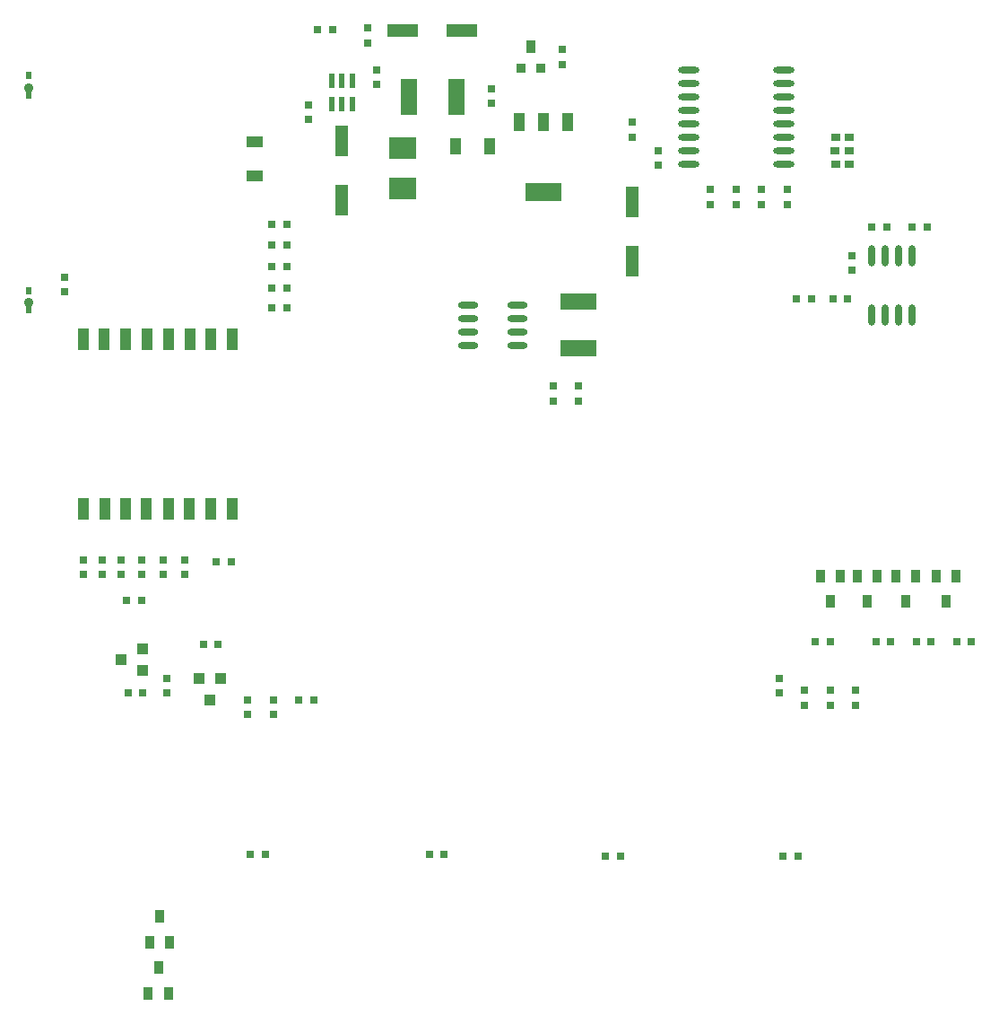
<source format=gtp>
G04*
G04 #@! TF.GenerationSoftware,Altium Limited,Altium Designer,19.1.6 (110)*
G04*
G04 Layer_Color=8421504*
%FSLAX43Y43*%
%MOMM*%
G71*
G01*
G75*
%ADD22R,0.762X0.762*%
%ADD23R,0.762X0.762*%
%ADD24R,1.016X1.016*%
%ADD25R,1.016X1.016*%
%ADD26R,1.118X1.600*%
%ADD27R,1.524X3.429*%
%ADD28R,0.550X1.450*%
%ADD29R,0.550X1.450*%
%ADD30R,1.200X3.000*%
%ADD31R,3.500X1.750*%
%ADD32R,1.100X1.750*%
%ADD33R,1.100X1.750*%
%ADD34R,3.000X1.200*%
%ADD35O,1.900X0.600*%
%ADD36R,3.429X1.524*%
%ADD37R,0.900X0.700*%
%ADD38O,2.000X0.600*%
%ADD39C,0.889*%
%ADD40R,0.559X1.016*%
%ADD41R,0.610X0.762*%
%ADD42R,2.540X2.032*%
%ADD43R,0.914X0.914*%
%ADD44R,0.914X1.270*%
%ADD45O,0.610X2.032*%
%ADD46R,0.813X1.219*%
%ADD47R,1.000X2.000*%
%ADD48R,1.600X1.118*%
D22*
X78867Y37973D02*
D03*
X77470D02*
D03*
X83185D02*
D03*
X84582D02*
D03*
X88392D02*
D03*
X86995D02*
D03*
X90805D02*
D03*
X92202D02*
D03*
X20896Y45535D02*
D03*
X22294D02*
D03*
X12573Y33147D02*
D03*
X13970D02*
D03*
X19685Y37719D02*
D03*
X21082D02*
D03*
X28702Y32512D02*
D03*
X30099D02*
D03*
X30480Y95758D02*
D03*
X31877D02*
D03*
X88011Y77089D02*
D03*
X86614D02*
D03*
X82804D02*
D03*
X84201D02*
D03*
X77089Y70358D02*
D03*
X75692D02*
D03*
X27559Y69469D02*
D03*
X26162D02*
D03*
X27559Y71374D02*
D03*
X26162D02*
D03*
X27559Y73406D02*
D03*
X26162D02*
D03*
X13843Y41910D02*
D03*
X12446D02*
D03*
X24130Y17907D02*
D03*
X25527D02*
D03*
X41021D02*
D03*
X42418D02*
D03*
X57658Y17780D02*
D03*
X59055D02*
D03*
X74422D02*
D03*
X75819D02*
D03*
X79121Y70358D02*
D03*
X80518D02*
D03*
X27559Y77343D02*
D03*
X26162D02*
D03*
X27559Y75438D02*
D03*
X26162D02*
D03*
D23*
X23876Y32512D02*
D03*
Y31115D02*
D03*
X16256Y34544D02*
D03*
Y33147D02*
D03*
X46863Y90170D02*
D03*
Y88773D02*
D03*
X55118Y62103D02*
D03*
Y60706D02*
D03*
X52705Y62103D02*
D03*
Y60706D02*
D03*
X6604Y70993D02*
D03*
Y72390D02*
D03*
X72390Y79248D02*
D03*
Y80645D02*
D03*
X69977Y79248D02*
D03*
Y80645D02*
D03*
X67564Y79248D02*
D03*
Y80645D02*
D03*
X74041Y33147D02*
D03*
Y34544D02*
D03*
X76454Y32004D02*
D03*
Y33401D02*
D03*
X78867Y32004D02*
D03*
Y33401D02*
D03*
X26289Y31115D02*
D03*
Y32512D02*
D03*
X35179Y95885D02*
D03*
Y94488D02*
D03*
X36068Y90551D02*
D03*
Y91948D02*
D03*
X29591Y87249D02*
D03*
Y88646D02*
D03*
X53594Y93853D02*
D03*
Y92456D02*
D03*
X60198Y85598D02*
D03*
Y86995D02*
D03*
X74803Y79248D02*
D03*
Y80645D02*
D03*
X62611Y84328D02*
D03*
Y82931D02*
D03*
X80899Y73025D02*
D03*
Y74422D02*
D03*
X17907Y44323D02*
D03*
Y45720D02*
D03*
X15875Y44323D02*
D03*
Y45720D02*
D03*
X8382D02*
D03*
Y44323D02*
D03*
X10160Y45720D02*
D03*
Y44323D02*
D03*
X11938Y45720D02*
D03*
Y44323D02*
D03*
X13843D02*
D03*
Y45720D02*
D03*
X81280Y33401D02*
D03*
Y32004D02*
D03*
D24*
X21336Y34544D02*
D03*
X20320Y32512D02*
D03*
X19304Y34544D02*
D03*
D25*
X13970Y35306D02*
D03*
X11938Y36322D02*
D03*
X13970Y37338D02*
D03*
D26*
X43472Y84709D02*
D03*
X46698D02*
D03*
D27*
X39116Y89408D02*
D03*
X43561D02*
D03*
D28*
X33716Y90864D02*
D03*
D29*
X32766Y90864D02*
D03*
X31816D02*
D03*
Y88714D02*
D03*
X32766D02*
D03*
X33716D02*
D03*
D30*
X32766Y85223D02*
D03*
Y79623D02*
D03*
X60198Y79508D02*
D03*
Y73908D02*
D03*
D31*
X51816Y80393D02*
D03*
D32*
X49516Y86993D02*
D03*
X51816D02*
D03*
D33*
X54116D02*
D03*
D34*
X44075Y95631D02*
D03*
X38475D02*
D03*
D35*
X44640Y69723D02*
D03*
Y68453D02*
D03*
Y67183D02*
D03*
Y65913D02*
D03*
X49340Y69723D02*
D03*
Y68453D02*
D03*
Y67183D02*
D03*
Y65913D02*
D03*
D36*
X55118Y70104D02*
D03*
Y65659D02*
D03*
D37*
X79375Y85598D02*
D03*
X80675D02*
D03*
X79345Y84328D02*
D03*
X80645D02*
D03*
X79375Y83058D02*
D03*
X80675D02*
D03*
D38*
X65477Y91948D02*
D03*
Y90678D02*
D03*
Y89408D02*
D03*
Y88138D02*
D03*
Y86868D02*
D03*
Y85598D02*
D03*
Y84328D02*
D03*
Y83058D02*
D03*
X74477Y91948D02*
D03*
Y90678D02*
D03*
Y89408D02*
D03*
Y88138D02*
D03*
Y86868D02*
D03*
Y85598D02*
D03*
Y84328D02*
D03*
Y83058D02*
D03*
D39*
X3175Y69977D02*
D03*
Y90233D02*
D03*
D40*
Y69469D02*
D03*
Y89726D02*
D03*
D41*
Y71120D02*
D03*
Y91377D02*
D03*
D42*
X38481Y84582D02*
D03*
Y80772D02*
D03*
D43*
X49657Y92075D02*
D03*
X51562D02*
D03*
D44*
X50610Y94107D02*
D03*
D45*
X84074Y74422D02*
D03*
X82804D02*
D03*
X85344D02*
D03*
X86614D02*
D03*
Y68834D02*
D03*
X85344D02*
D03*
X84074D02*
D03*
X82804D02*
D03*
D46*
X85026Y44183D02*
D03*
X85979Y41783D02*
D03*
X86932Y44183D02*
D03*
X77914D02*
D03*
X78867Y41783D02*
D03*
X79820Y44183D02*
D03*
X81420D02*
D03*
X82372Y41783D02*
D03*
X83325Y44183D02*
D03*
X88837D02*
D03*
X89789Y41783D02*
D03*
X90742Y44183D02*
D03*
X16383Y4826D02*
D03*
X15431Y7226D02*
D03*
X14478Y4826D02*
D03*
X16510Y9652D02*
D03*
X15557Y12052D02*
D03*
X14605Y9652D02*
D03*
D47*
X20362Y50546D02*
D03*
X18372D02*
D03*
X16362D02*
D03*
X14322D02*
D03*
X12352D02*
D03*
X10352D02*
D03*
X8382D02*
D03*
X8352Y66546D02*
D03*
X10332D02*
D03*
X12352D02*
D03*
X14332D02*
D03*
X16392D02*
D03*
X18412D02*
D03*
X20372D02*
D03*
X22412D02*
D03*
X22372Y50546D02*
D03*
D48*
X24511Y81953D02*
D03*
Y85179D02*
D03*
M02*

</source>
